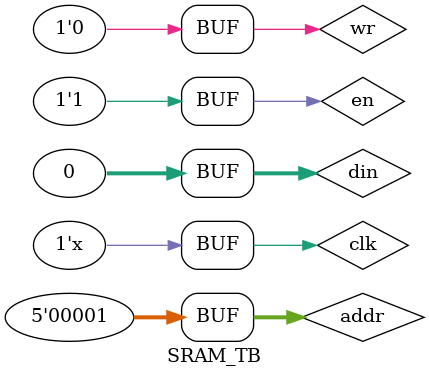
<source format=v>
`timescale 1ns / 1ps
module SRAM(din, addr, wr, en, clk, dout);
    input [31:0]din;
    input [4:0]addr;
    input wr, en, clk;
	output [31:0]dout;
    reg [31:0] mem [0:31];
    parameter blank = 32'b0;
    integer i;
    initial begin
        for (i = 0; i < 32; i=i+1) begin
            mem[i] = 0;
        end
    end
    assign dout = en ? mem[addr]:blank;
    always @ (posedge clk) begin
        if (wr) begin
            mem[addr] = din;
        end
    end
endmodule  

module SRAM_TB ();
  
    wire [31:0]dout;
    reg [31:0]din;
    reg [4:0]addr;
    reg clk;
    reg wr, en;
    always #1 clk = !clk;
    SRAM SRAM_TEST (.din(din), .addr(addr), .wr(wr), .en(en), .clk(clk), .dout(dout));
    initial begin 
        $monitor($time,"clk=%b, din=%b, addr=%b, wr=%b, en=%b, dout=%b", clk, din, addr, wr, en, dout);
        $dumpfile("test.vcd");
        $dumpvars(0, SRAM_TB);
        #2 din = 32'd100; addr = 5'b1; wr = 1'b1; en = 1'b0; clk = 1'b0;
        #3 din = 32'd0; addr = 5'b1; wr = 1'b0; en = 1'b1; clk = 1'b0;
    end 
endmodule
</source>
